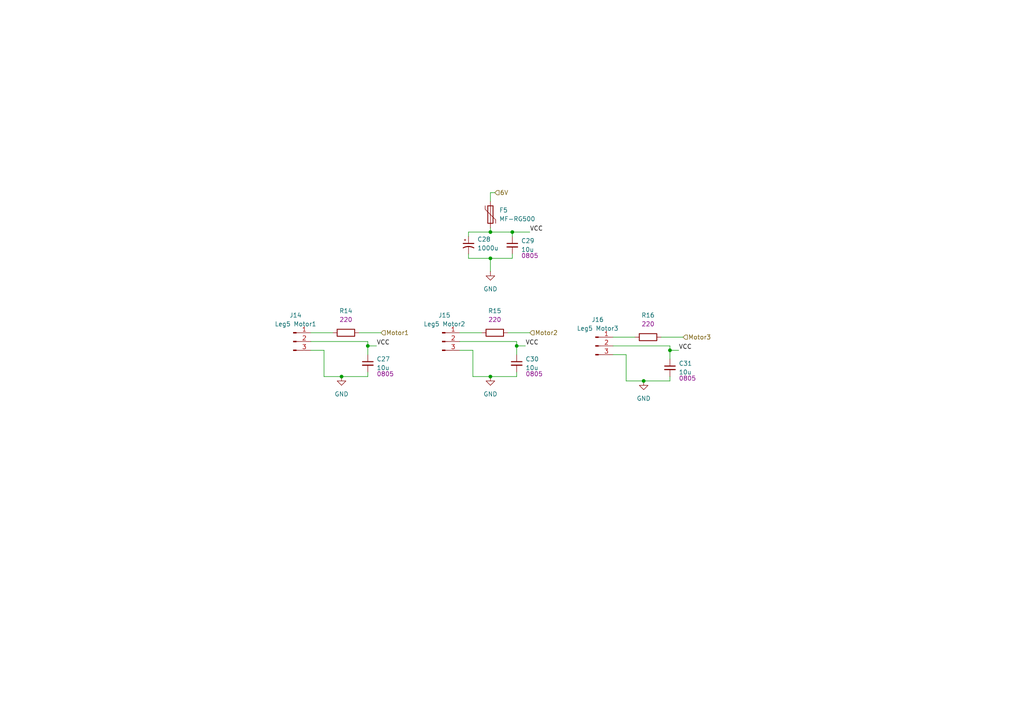
<source format=kicad_sch>
(kicad_sch (version 20250114) (generator "eeschema") (generator_version "9.0")
  (paper "A4")
  (lib_symbols
    (symbol "Connector:Conn_01x03_Pin" (pin_names (offset 1.016) (hide yes))
      (property "Reference" "J" (at 0 5.08 0))
      (property "Value" "Conn_01x03_Pin" (at 0 -5.08 0))
      (symbol "Conn_01x03_Pin_1_1"
        (rectangle (start 0.8636 2.667) (end 0 2.413) (stroke (width 0.1524)) (fill (type outline)))
        (rectangle (start 0.8636 0.127) (end 0 -0.127) (stroke (width 0.1524)) (fill (type outline)))
        (rectangle (start 0.8636 -2.413) (end 0 -2.667) (stroke (width 0.1524)) (fill (type outline)))
        (polyline (pts (xy 1.27 2.54) (xy 0.8636 2.54)) (stroke (width 0.1524)))
        (polyline (pts (xy 1.27 0) (xy 0.8636 0)) (stroke (width 0.1524)))
        (polyline (pts (xy 1.27 -2.54) (xy 0.8636 -2.54)) (stroke (width 0.1524)))
        (pin passive line (at 5.08 2.54 180) (length 3.81) (name "Pin_1") (number "1"))
        (pin passive line (at 5.08 0 180) (length 3.81) (name "Pin_2") (number "2"))
        (pin passive line (at 5.08 -2.54 180) (length 3.81) (name "Pin_3") (number "3"))
      )
    )
    (symbol "Device:C_Polarized_Small_US" (pin_numbers (hide yes)) (pin_names (offset 0.254) (hide yes))
      (property "Reference" "C" (at 0.254 1.778 0))
      (property "Value" "C_Polarized_Small_US" (at 0.254 -2.032 0))
      (symbol "C_Polarized_Small_US_0_1"
        (polyline (pts (xy -1.524 0.508) (xy 1.524 0.508)) (stroke (width 0.3048)))
        (polyline (pts (xy -1.27 1.524) (xy -0.762 1.524)))
        (polyline (pts (xy -1.016 1.27) (xy -1.016 1.778)))
        (arc (start -1.524 -0.762) (mid 0 -0.3734) (end 1.524 -0.762) (stroke (width 0.3048)))
      )
      (symbol "C_Polarized_Small_US_1_1"
        (pin passive line (at 0 2.54 270) (length 2.032) (name "~") (number "1"))
        (pin passive line (at 0 -2.54 90) (length 2.032) (name "~") (number "2"))
      )
    )
    (symbol "Device:C_Small" (pin_numbers (hide yes)) (pin_names (offset 0.254) (hide yes))
      (property "Reference" "C" (at 0.254 1.778 0))
      (property "Value" "C_Small" (at 0.254 -2.032 0))
      (symbol "C_Small_0_1"
        (polyline (pts (xy -1.524 0.508) (xy 1.524 0.508)) (stroke (width 0.3048)))
        (polyline (pts (xy -1.524 -0.508) (xy 1.524 -0.508)) (stroke (width 0.3302)))
      )
      (symbol "C_Small_1_1"
        (pin passive line (at 0 2.54 270) (length 2.032) (name "~") (number "1"))
        (pin passive line (at 0 -2.54 90) (length 2.032) (name "~") (number "2"))
      )
    )
    (symbol "Device:Polyfuse" (pin_numbers (hide yes)) (pin_names (offset 0))
      (property "Reference" "F" (at -2.54 0 90))
      (property "Value" "Polyfuse" (at 2.54 0 90))
      (symbol "Polyfuse_0_1"
        (polyline (pts (xy -1.524 2.54) (xy -1.524 1.524) (xy 1.524 -1.524) (xy 1.524 -2.54)))
        (rectangle (start -0.762 2.54) (end 0.762 -2.54) (stroke (width 0.254)))
        (polyline (pts (xy 0 2.54) (xy 0 -2.54)))
      )
      (symbol "Polyfuse_1_1"
        (pin passive line (at 0 3.81 270) (length 1.27) (name "~") (number "1"))
        (pin passive line (at 0 -3.81 90) (length 1.27) (name "~") (number "2"))
      )
    )
    (symbol "PCM_4ms_Resistor:150K_0603" (pin_numbers (hide yes)) (pin_names (offset 0))
      (property "Reference" "R" (at 2.032 0 90))
      (property "Display" "150K" (at 3.81 0 90))
      (symbol "150K_0603_0_1"
        (rectangle (start -1.016 -2.54) (end 1.016 2.54) (stroke (width 0.254)))
      )
      (symbol "150K_0603_1_1"
        (pin passive line (at 0 3.81 270) (length 1.27) (name "~") (number "1"))
        (pin passive line (at 0 -3.81 90) (length 1.27) (name "~") (number "2"))
      )
    )
    (symbol "power:GND" (power) (pin_numbers (hide yes)) (pin_names (offset 0) (hide yes))
      (property "Value" "GND" (at 0 -3.81 0))
      (symbol "GND_0_1"
        (polyline (pts (xy 0 0) (xy 0 -1.27) (xy 1.27 -1.27) (xy 0 -2.54) (xy -1.27 -1.27) (xy 0 -1.27)))
      )
      (symbol "GND_1_1"
        (pin power_in line (at 0 0 270) (length 0) (name "~") (number "1"))
      )
    )
  )
  (junction (at 99.06 109.22))
  (junction (at 142.24 67.31))
  (junction (at 194.31 101.6))
  (junction (at 142.24 109.22))
  (junction (at 142.24 74.93))
  (junction (at 148.59 67.31))
  (junction (at 186.69 110.49))
  (junction (at 149.86 100.33))
  (junction (at 106.68 100.33))
  (wire (pts (xy 99.06 109.22) (xy 106.68 109.22)))
  (wire (pts (xy 194.31 101.6) (xy 194.31 104.14)))
  (wire (pts (xy 142.24 67.31) (xy 148.59 67.31)))
  (wire (pts (xy 149.86 107.95) (xy 149.86 109.22)))
  (wire (pts (xy 133.35 96.52) (xy 139.7 96.52)))
  (wire (pts (xy 149.86 99.06) (xy 133.35 99.06)))
  (wire (pts (xy 149.86 99.06) (xy 149.86 100.33)))
  (wire (pts (xy 137.16 109.22) (xy 142.24 109.22)))
  (wire (pts (xy 93.98 101.6) (xy 90.17 101.6)))
  (wire (pts (xy 93.98 109.22) (xy 99.06 109.22)))
  (wire (pts (xy 142.24 66.04) (xy 142.24 67.31)))
  (wire (pts (xy 106.68 99.06) (xy 106.68 100.33)))
  (wire (pts (xy 106.68 99.06) (xy 90.17 99.06)))
  (wire (pts (xy 104.14 96.52) (xy 110.49 96.52)))
  (wire (pts (xy 194.31 100.33) (xy 177.8 100.33)))
  (wire (pts (xy 194.31 101.6) (xy 196.85 101.6)))
  (wire (pts (xy 181.61 110.49) (xy 181.61 102.87)))
  (wire (pts (xy 194.31 109.22) (xy 194.31 110.49)))
  (wire (pts (xy 137.16 101.6) (xy 133.35 101.6)))
  (wire (pts (xy 177.8 97.79) (xy 184.15 97.79)))
  (wire (pts (xy 142.24 74.93) (xy 142.24 78.74)))
  (wire (pts (xy 148.59 67.31) (xy 153.67 67.31)))
  (wire (pts (xy 143.51 55.88) (xy 142.24 55.88)))
  (wire (pts (xy 135.89 74.93) (xy 142.24 74.93)))
  (wire (pts (xy 135.89 67.31) (xy 135.89 68.58)))
  (wire (pts (xy 186.69 110.49) (xy 194.31 110.49)))
  (wire (pts (xy 181.61 102.87) (xy 177.8 102.87)))
  (wire (pts (xy 181.61 110.49) (xy 186.69 110.49)))
  (wire (pts (xy 191.77 97.79) (xy 198.12 97.79)))
  (wire (pts (xy 148.59 67.31) (xy 148.59 68.58)))
  (wire (pts (xy 142.24 109.22) (xy 149.86 109.22)))
  (wire (pts (xy 93.98 109.22) (xy 93.98 101.6)))
  (wire (pts (xy 148.59 74.93) (xy 148.59 73.66)))
  (wire (pts (xy 106.68 100.33) (xy 109.22 100.33)))
  (wire (pts (xy 149.86 100.33) (xy 152.4 100.33)))
  (wire (pts (xy 137.16 109.22) (xy 137.16 101.6)))
  (wire (pts (xy 194.31 100.33) (xy 194.31 101.6)))
  (wire (pts (xy 142.24 55.88) (xy 142.24 58.42)))
  (wire (pts (xy 149.86 100.33) (xy 149.86 102.87)))
  (wire (pts (xy 147.32 96.52) (xy 153.67 96.52)))
  (wire (pts (xy 135.89 73.66) (xy 135.89 74.93)))
  (wire (pts (xy 90.17 96.52) (xy 96.52 96.52)))
  (wire (pts (xy 135.89 67.31) (xy 142.24 67.31)))
  (wire (pts (xy 106.68 100.33) (xy 106.68 102.87)))
  (wire (pts (xy 142.24 74.93) (xy 148.59 74.93)))
  (wire (pts (xy 106.68 107.95) (xy 106.68 109.22)))
  (label "VCC" (at 109.22 100.33 0))
  (label "VCC" (at 196.85 101.6 0))
  (label "VCC" (at 152.4 100.33 0))
  (label "VCC" (at 153.67 67.31 0))
  (hierarchical_label "6V" (shape input) (at 143.51 55.88 0))
  (hierarchical_label "Motor1" (shape input) (at 110.49 96.52 0))
  (hierarchical_label "Motor3" (shape input) (at 198.12 97.79 0))
  (hierarchical_label "Motor2" (shape input) (at 153.67 96.52 0))
  (symbol (lib_id "Connector:Conn_01x03_Pin") (at 172.72 100.33 0) (unit 1)
    (property "Reference" "J16" (at 173.355 92.71 0))
    (property "Value" "Leg5 Motor3" (at 173.355 95.25 0))
    (property "Footprint" "Connector_PinHeader_2.54mm:PinHeader_1x03_P2.54mm_Vertical" (effects (hide yes)))
    (property "Description" "Generic connector, single row, 01x03, script generated" (effects (hide yes)))
  )
  (symbol (lib_id "power:GND") (at 99.06 109.22 0) (unit 1)
    (property "Reference" "#PWR042" (effects (hide yes)))
    (property "Value" "GND" (at 99.06 114.3 0))
    (property "Description" "Power symbol creates a global label with name \"GND\" , ground" (effects (hide yes)))
  )
  (symbol (lib_id "Device:C_Small") (at 149.86 105.41 0) (unit 1)
    (property "Reference" "C30" (at 152.4 104.1462 0) (effects (justify left)))
    (property "Value" "10u" (at 152.4 106.6862 0) (effects (justify left)))
    (property "Footprint" "Capacitor_SMD:C_0805_2012Metric_Pad1.18x1.45mm_HandSolder" (effects (hide yes)))
    (property "Description" "0805" (at 154.94 108.458 0))
  )
  (symbol (lib_id "power:GND") (at 142.24 78.74 0) (unit 1)
    (property "Reference" "#PWR052" (effects (hide yes)))
    (property "Value" "GND" (at 142.24 83.82 0))
    (property "Description" "Power symbol creates a global label with name \"GND\" , ground" (effects (hide yes)))
  )
  (symbol (lib_id "PCM_4ms_Resistor:150K_0603") (at 187.96 97.79 90) (unit 1)
    (property "Reference" "R16" (at 187.96 91.44 90))
    (property "Value" "150K_0603" (effects (hide yes)))
    (property "Footprint" "PCM_4ms_Resistor:R_0805_2012Metric" (effects (hide yes)))
    (property "Description" "150K, 1%, 1/10W, 0603" (effects (hide yes)))
    (property "Specifications" "150K, 1%, 1/10W, 0603" (effects (hide yes)))
    (property "Manufacturer" "Yageo" (effects (hide yes)))
    (property "Part Number" "RC0603FR-07150KL" (effects (hide yes)))
    (property "Display" "220" (at 187.96 93.98 90))
    (property "JLCPCB ID" "C22807" (effects (hide yes)))
  )
  (symbol (lib_id "Device:C_Small") (at 106.68 105.41 0) (unit 1)
    (property "Reference" "C27" (at 109.22 104.1462 0) (effects (justify left)))
    (property "Value" "10u" (at 109.22 106.6862 0) (effects (justify left)))
    (property "Footprint" "Capacitor_SMD:C_0805_2012Metric_Pad1.18x1.45mm_HandSolder" (effects (hide yes)))
    (property "Description" "0805" (at 111.76 108.458 0))
  )
  (symbol (lib_id "PCM_4ms_Resistor:150K_0603") (at 100.33 96.52 90) (unit 1)
    (property "Reference" "R14" (at 100.33 90.17 90))
    (property "Value" "150K_0603" (effects (hide yes)))
    (property "Footprint" "PCM_4ms_Resistor:R_0805_2012Metric" (effects (hide yes)))
    (property "Description" "150K, 1%, 1/10W, 0603" (effects (hide yes)))
    (property "Specifications" "150K, 1%, 1/10W, 0603" (effects (hide yes)))
    (property "Manufacturer" "Yageo" (effects (hide yes)))
    (property "Part Number" "RC0603FR-07150KL" (effects (hide yes)))
    (property "Display" "220" (at 100.33 92.71 90))
    (property "JLCPCB ID" "C22807" (effects (hide yes)))
  )
  (symbol (lib_id "Device:Polyfuse") (at 142.24 62.23 0) (unit 1)
    (property "Reference" "F5" (at 144.78 60.9599 0) (effects (justify left)))
    (property "Value" "MF-RG500" (at 144.78 63.4999 0) (effects (justify left)))
    (property "Footprint" "Fuse:Fuse_Bourns_MF-RG500" (effects (hide yes)))
    (property "Description" "Resettable fuse, polymeric positive temperature coefficient" (effects (hide yes)))
  )
  (symbol (lib_id "power:GND") (at 142.24 109.22 0) (unit 1)
    (property "Reference" "#PWR043" (effects (hide yes)))
    (property "Value" "GND" (at 142.24 114.3 0))
    (property "Description" "Power symbol creates a global label with name \"GND\" , ground" (effects (hide yes)))
  )
  (symbol (lib_id "Connector:Conn_01x03_Pin") (at 128.27 99.06 0) (unit 1)
    (property "Reference" "J15" (at 128.905 91.44 0))
    (property "Value" "Leg5 Motor2" (at 128.905 93.98 0))
    (property "Footprint" "Connector_PinHeader_2.54mm:PinHeader_1x03_P2.54mm_Vertical" (effects (hide yes)))
    (property "Description" "Generic connector, single row, 01x03, script generated" (effects (hide yes)))
  )
  (symbol (lib_id "Connector:Conn_01x03_Pin") (at 85.09 99.06 0) (unit 1)
    (property "Reference" "J14" (at 85.725 91.44 0))
    (property "Value" "Leg5 Motor1" (at 85.725 93.98 0))
    (property "Footprint" "Connector_PinHeader_2.54mm:PinHeader_1x03_P2.54mm_Vertical" (effects (hide yes)))
    (property "Description" "Generic connector, single row, 01x03, script generated" (effects (hide yes)))
  )
  (symbol (lib_id "Device:C_Polarized_Small_US") (at 135.89 71.12 0) (unit 1)
    (property "Reference" "C28" (at 138.43 69.4181 0) (effects (justify left)))
    (property "Value" "1000u" (at 138.43 71.9581 0) (effects (justify left)))
    (property "Footprint" "Capacitor_SMD:CP_Elec_10x10" (effects (hide yes)))
    (property "Description" "Polarized capacitor, small US symbol" (effects (hide yes)))
  )
  (symbol (lib_id "Device:C_Small") (at 194.31 106.68 0) (unit 1)
    (property "Reference" "C31" (at 196.85 105.4162 0) (effects (justify left)))
    (property "Value" "10u" (at 196.85 107.9562 0) (effects (justify left)))
    (property "Footprint" "Capacitor_SMD:C_0805_2012Metric_Pad1.18x1.45mm_HandSolder" (effects (hide yes)))
    (property "Description" "0805" (at 199.39 109.728 0))
  )
  (symbol (lib_id "power:GND") (at 186.69 110.49 0) (unit 1)
    (property "Reference" "#PWR044" (effects (hide yes)))
    (property "Value" "GND" (at 186.69 115.57 0))
    (property "Description" "Power symbol creates a global label with name \"GND\" , ground" (effects (hide yes)))
  )
  (symbol (lib_id "PCM_4ms_Resistor:150K_0603") (at 143.51 96.52 90) (unit 1)
    (property "Reference" "R15" (at 143.51 90.17 90))
    (property "Value" "150K_0603" (effects (hide yes)))
    (property "Footprint" "PCM_4ms_Resistor:R_0805_2012Metric" (effects (hide yes)))
    (property "Description" "150K, 1%, 1/10W, 0603" (effects (hide yes)))
    (property "Specifications" "150K, 1%, 1/10W, 0603" (effects (hide yes)))
    (property "Manufacturer" "Yageo" (effects (hide yes)))
    (property "Part Number" "RC0603FR-07150KL" (effects (hide yes)))
    (property "Display" "220" (at 143.51 92.71 90))
    (property "JLCPCB ID" "C22807" (effects (hide yes)))
  )
  (symbol (lib_id "Device:C_Small") (at 148.59 71.12 0) (unit 1)
    (property "Reference" "C29" (at 151.13 69.8562 0) (effects (justify left)))
    (property "Value" "10u" (at 151.13 72.3962 0) (effects (justify left)))
    (property "Footprint" "Capacitor_SMD:C_0805_2012Metric_Pad1.18x1.45mm_HandSolder" (effects (hide yes)))
    (property "Description" "0805" (at 153.67 74.168 0))
  )
)
</source>
